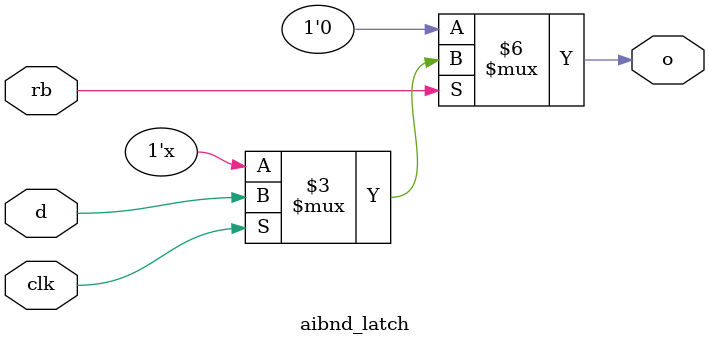
<source format=v>
module aibnd_latch (
	input wire clk,
	input wire rb,
	//input wire vcc,
	//input wire vss,
	input wire d,
	output reg o
);

always@(*) begin
	if (!rb) begin
		o <= 0;
	end
	else begin
		if (clk)
			o <= d;
	end
end
endmodule





</source>
